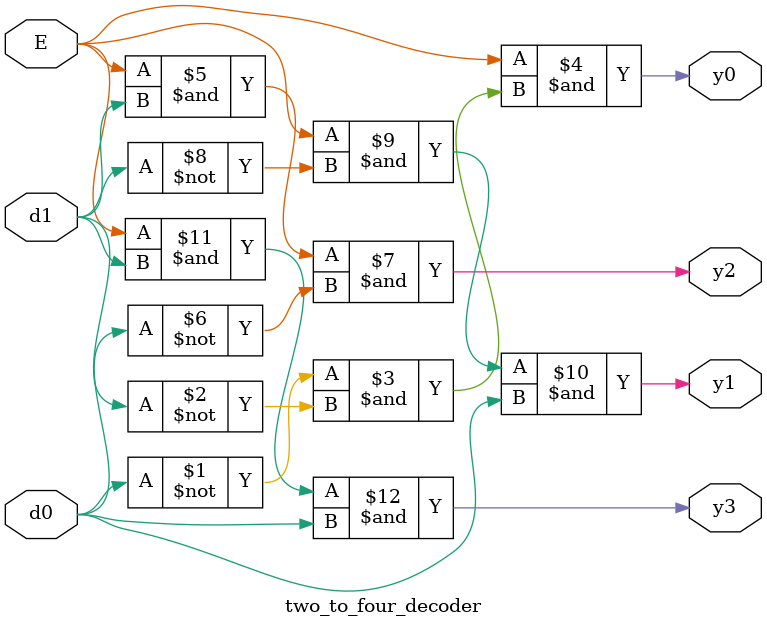
<source format=sv>
`timescale 1ns / 1ps


module two_to_four_decoder(
    input logic d0,d1,
    input logic E,
    output logic y0,y1,y2,y3
    );
    assign y0 = E&((~d0)&(~d1));
    assign y2 = E& d1&(~d0);
    assign y1 = E& (~d1)&d0;
    assign y3 = E& d1&d0;
endmodule
</source>
